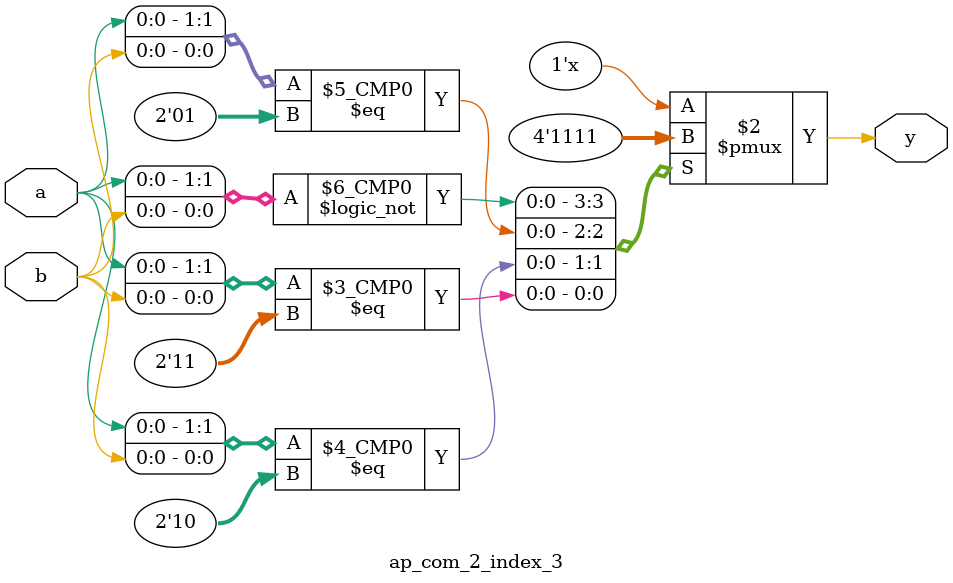
<source format=v>
module ap_com_4_index_0(
	input wire a,
	input wire b,
	input wire c,
	input wire d,
	output reg y
);

always @(*) begin
	case({a, b, c, d})
		4'b0000: y = 0;
		4'b0001: y = 0;
		4'b0010: y = 1;
		4'b0011: y = 0;
		4'b0100: y = 0;
		4'b0101: y = 0;
		4'b0110: y = 0;
		4'b0111: y = 0;
		4'b1000: y = 0;
		4'b1001: y = 0;
		4'b1010: y = 0;
		4'b1011: y = 0;
		4'b1100: y = 0;
		4'b1101: y = 0;
		4'b1110: y = 0;
		4'b1111: y = 0;
		default:;
	endcase
end

endmodule


module ap_com_4_index_1(
	input wire a,
	input wire b,
	input wire c,
	input wire d,
	output reg y
);

always @(*) begin
	case({a, b, c, d})
		4'b0000: y = 0;
		4'b0001: y = 0;
		4'b0010: y = 1;
		4'b0011: y = 1;
		4'b0100: y = 0;
		4'b0101: y = 0;
		4'b0110: y = 1;
		4'b0111: y = 1;
		4'b1000: y = 0;
		4'b1001: y = 0;
		4'b1010: y = 1;
		4'b1011: y = 1;
		4'b1100: y = 0;
		4'b1101: y = 0;
		4'b1110: y = 1;
		4'b1111: y = 1;
		default:;
	endcase
end

endmodule


module ap_com_3_index_2(
	input wire a,
	input wire b,
	input wire c,
	output reg y
);

always @(*) begin
	case({a, b, c})
		3'b000: y = 0;
		3'b001: y = 0;
		3'b010: y = 0;
		3'b011: y = 0;
		3'b100: y = 0;
		3'b101: y = 0;
		3'b110: y = 0;
		3'b111: y = 0;
		default:;
	endcase
end

endmodule


module ap_com_2_index_3(
	input wire a,
	input wire b,
	output reg y
);

always @(*) begin
	case({a, b})
		2'b00: y = 1;
		2'b01: y = 1;
		2'b10: y = 1;
		2'b11: y = 1;
		default:;
	endcase
end

endmodule



</source>
